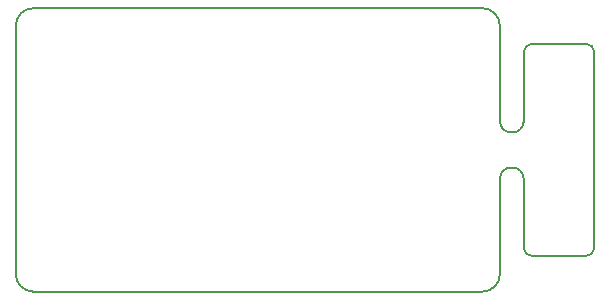
<source format=gbr>
%TF.GenerationSoftware,KiCad,Pcbnew,(5.1.9)-1*%
%TF.CreationDate,2021-05-08T20:51:41+01:00*%
%TF.ProjectId,TSDZ2-ESP32-Alt,5453445a-322d-4455-9350-33322d416c74,A*%
%TF.SameCoordinates,Original*%
%TF.FileFunction,Profile,NP*%
%FSLAX46Y46*%
G04 Gerber Fmt 4.6, Leading zero omitted, Abs format (unit mm)*
G04 Created by KiCad (PCBNEW (5.1.9)-1) date 2021-05-08 20:51:41*
%MOMM*%
%LPD*%
G01*
G04 APERTURE LIST*
%TA.AperFunction,Profile*%
%ADD10C,0.200000*%
%TD*%
G04 APERTURE END LIST*
D10*
X172500000Y-91750000D02*
X172500000Y-97600000D01*
X172500000Y-91750000D02*
G75*
G02*
X173250000Y-91000000I750000J0D01*
G01*
X172500000Y-97600000D02*
G75*
G02*
X171600000Y-98500000I-900000J0D01*
G01*
X177750000Y-91000000D02*
X173250000Y-91000000D01*
X171600000Y-98500000D02*
X171400000Y-98500000D01*
X177750000Y-91000000D02*
G75*
G02*
X178500000Y-91750000I0J-750000D01*
G01*
X171400000Y-98500000D02*
G75*
G02*
X170500000Y-97600000I0J900000D01*
G01*
X178500000Y-108250000D02*
X178500000Y-91750000D01*
X170500000Y-97600000D02*
X170500000Y-89500000D01*
X178500000Y-108250000D02*
G75*
G02*
X177750000Y-109000000I-750000J0D01*
G01*
X169000000Y-88000000D02*
G75*
G02*
X170500000Y-89500000I0J-1500000D01*
G01*
X173250000Y-109000000D02*
X177750000Y-109000000D01*
X131000000Y-88000000D02*
X169000000Y-88000000D01*
X173250000Y-109000000D02*
G75*
G02*
X172500000Y-108250000I0J750000D01*
G01*
X129500000Y-89500000D02*
G75*
G02*
X131000000Y-88000000I1500000J0D01*
G01*
X172500000Y-108250000D02*
X172500000Y-102400000D01*
X129500000Y-110500000D02*
X129500000Y-89500000D01*
X171600000Y-101500000D02*
G75*
G02*
X172500000Y-102400000I0J-900000D01*
G01*
X131000000Y-112000000D02*
G75*
G02*
X129500000Y-110500000I0J1500000D01*
G01*
X171600000Y-101500000D02*
X171400000Y-101500000D01*
X169000000Y-112000000D02*
X131000000Y-112000000D01*
X170500000Y-102400000D02*
G75*
G02*
X171400000Y-101500000I900000J0D01*
G01*
X170500000Y-110500000D02*
G75*
G02*
X169000000Y-112000000I-1500000J0D01*
G01*
X170500000Y-102400000D02*
X170500000Y-110500000D01*
M02*

</source>
